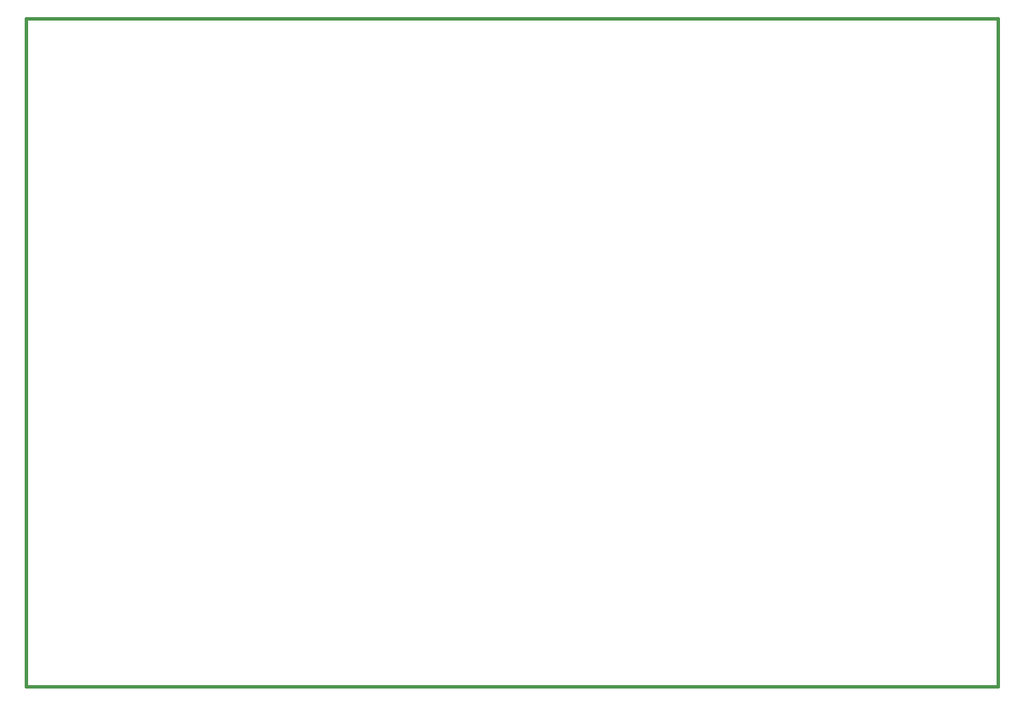
<source format=gbr>
G04 (created by PCBNEW-RS274X (2012-01-19 BZR 3256)-stable) date 5/23/2012 10:37:18 AM*
G01*
G70*
G90*
%MOIN*%
G04 Gerber Fmt 3.4, Leading zero omitted, Abs format*
%FSLAX34Y34*%
G04 APERTURE LIST*
%ADD10C,0.006000*%
%ADD11C,0.015000*%
G04 APERTURE END LIST*
G54D10*
G54D11*
X102787Y-06709D02*
X55543Y-06709D01*
X102787Y-39189D02*
X102787Y-06709D01*
X55543Y-39189D02*
X102787Y-39189D01*
X55543Y-06709D02*
X55543Y-39189D01*
M02*

</source>
